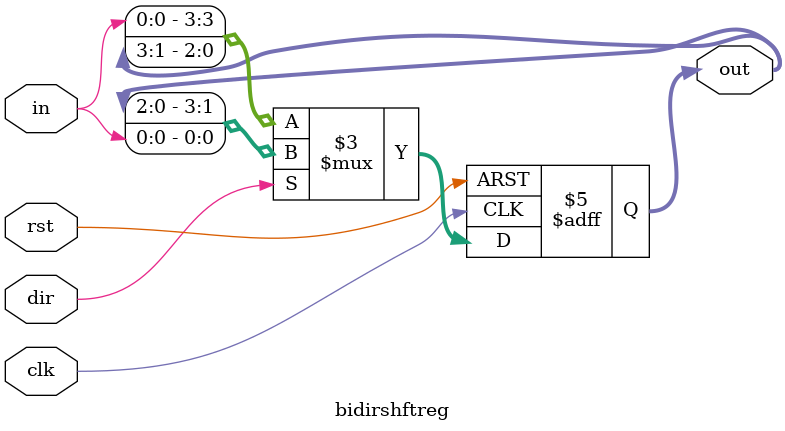
<source format=v>
`timescale 1ns / 1ps


module bidirshftreg(
    input in,
    input clk, rst,
    input dir,
    output reg [3:0] out
    );
    
    always @(posedge clk or posedge rst) begin
        if(rst) begin
            out <= 4'b0000;
        end
        else begin
            if (dir) begin
                out <= {out[2:0], in};
            end
            else begin
                out <= {in, out[3:1]};
            end
        end
    end
endmodule

</source>
